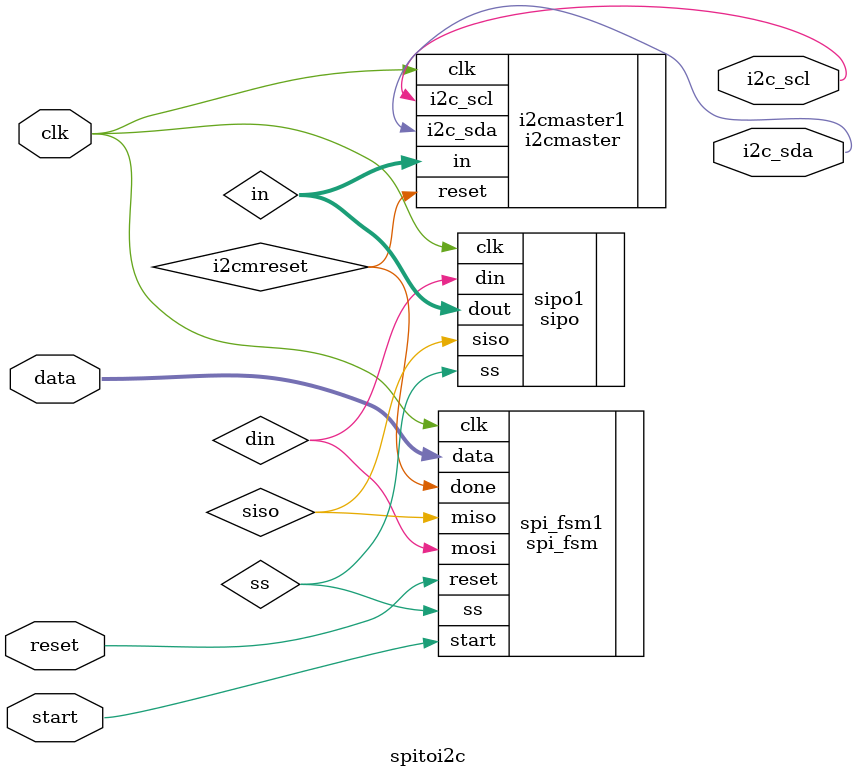
<source format=v>
`timescale 1ns / 1ps
module spitoi2c(
input start,
input [7:0]data,
input clk,
input reset,
output i2c_sda,
output i2c_scl
    );
	 
//wire mosi;
wire ss;	
wire din; 
wire done;
wire siso;
wire [7:0]in;
wire i2cmreset;
	 
spi_fsm spi_fsm1(
.clk(clk),
.reset(reset),
.data(data),
.start(start),
.mosi(din),
.ss(ss),
.done(i2cmreset),
.miso(siso)
);

sipo sipo1(
.din(din),
.clk(clk),
.ss(ss),
.dout(in),
.siso(siso)
//.ndone(i2cmreset)
);

i2cmaster i2cmaster1(
.clk(clk),
.reset(i2cmreset),
.in(in),
.i2c_sda(i2c_sda),
.i2c_scl(i2c_scl)
);

//bridge bridge1(
//.mosi(mosi),
//.ss(ss),
//.clk(clk),
//.miso(siso),
//.i2c_sda(i2c_sda),
//.i2c_scl(i2c_scl)
//);

//i2cslave i2cslave1(
//.i2c_sda(i2c_sda),
//.i2c_scl(i2c_scl)
//);

endmodule


</source>
